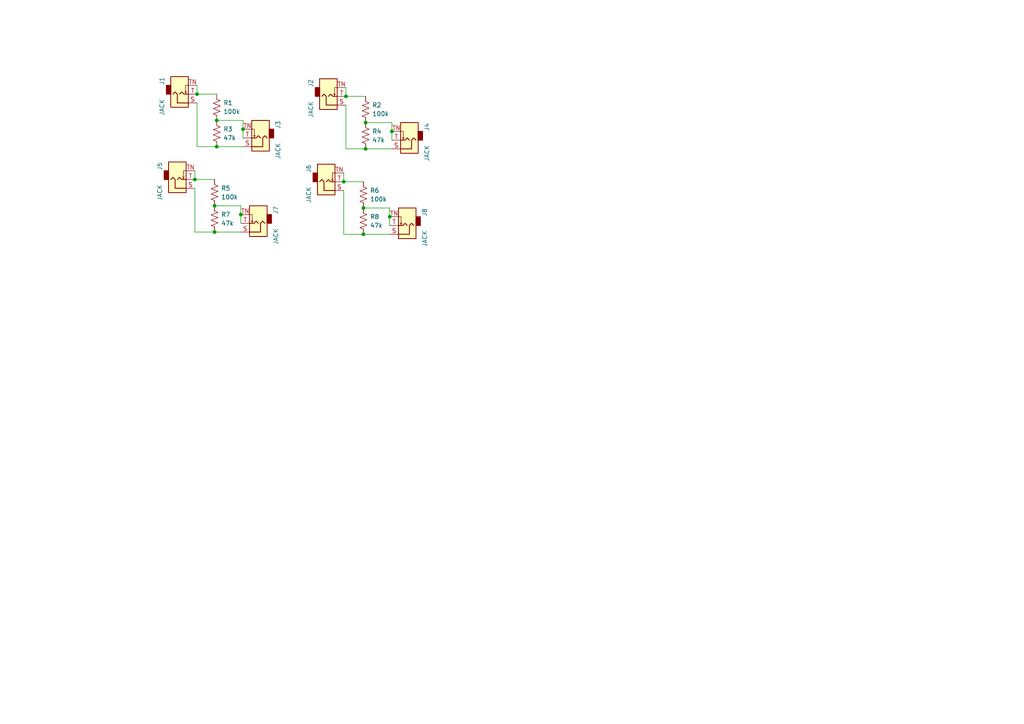
<source format=kicad_sch>
(kicad_sch (version 20211123) (generator eeschema)
  (paper "A4")
  (lib_symbols
    (symbol "Connector:AudioJack2_SwitchT"
      (property "Reference" "J" (at 0 8.89 0))
      (property "Value" "AudioJack2_SwitchT" (at 0 6.35 0))
      (symbol "AudioJack2_SwitchT_0_1"
        (rectangle (start -2.54 0) (end -3.81 -2.54) (stroke (width 0.254)) (fill (type outline)))
        (polyline (pts (xy 1.778 -0.254) (xy 2.032 -0.762)))
        (polyline (pts (xy 0 0) (xy 0.635 -0.635) (xy 1.27 0) (xy 2.54 0)) (stroke (width 0.254)))
        (polyline (pts (xy 2.54 -2.54) (xy 1.778 -2.54) (xy 1.778 -0.254) (xy 1.524 -0.762)))
        (polyline (pts (xy 2.54 2.54) (xy -0.635 2.54) (xy -0.635 0) (xy -1.27 -0.635) (xy -1.905 0)) (stroke (width 0.254)))
        (rectangle (start 2.54 3.81) (end -2.54 -5.08) (stroke (width 0.254)) (fill (type background)))
      )
      (symbol "AudioJack2_SwitchT_1_1"
        (pin passive line (at 5.08 2.54 180) (length 2.54) (name "~") (number "S"))
        (pin passive line (at 5.08 0 180) (length 2.54) (name "~") (number "T"))
        (pin passive line (at 5.08 -2.54 180) (length 2.54) (name "~") (number "TN"))
      )
    )
    (symbol "Device:R_US" (pin_numbers hide) (pin_names (offset 0))
      (property "Reference" "R" (at 2.54 0 90))
      (property "Value" "R_US" (at -2.54 0 90))
      (symbol "R_US_0_1"
        (polyline (pts (xy 0 -2.286) (xy 0 -2.54)))
        (polyline (pts (xy 0 2.286) (xy 0 2.54)))
        (polyline (pts (xy 0 -0.762) (xy 1.016 -1.143) (xy 0 -1.524) (xy -1.016 -1.905) (xy 0 -2.286)))
        (polyline (pts (xy 0 0.762) (xy 1.016 0.381) (xy 0 0) (xy -1.016 -0.381) (xy 0 -0.762)))
        (polyline (pts (xy 0 2.286) (xy 1.016 1.905) (xy 0 1.524) (xy -1.016 1.143) (xy 0 0.762)))
      )
      (symbol "R_US_1_1"
        (pin passive line (at 0 3.81 270) (length 1.27) (name "~") (number "1"))
        (pin passive line (at 0 -3.81 90) (length 1.27) (name "~") (number "2"))
      )
    )
  )
  (junction (at 106.045 43.18))
  (junction (at 100.33 27.94))
  (junction (at 99.695 52.705))
  (junction (at 62.23 67.31))
  (junction (at 69.85 62.23))
  (junction (at 70.485 37.465))
  (junction (at 105.41 67.945))
  (junction (at 113.03 62.865))
  (junction (at 62.865 34.925))
  (junction (at 62.23 59.69))
  (junction (at 57.15 27.305))
  (junction (at 105.41 60.325))
  (junction (at 106.045 35.56))
  (junction (at 56.515 52.07))
  (junction (at 113.665 38.1))
  (junction (at 62.865 42.545))
  (wire (pts (xy 113.03 62.865) (xy 113.03 60.325)))
  (wire (pts (xy 56.515 49.53) (xy 56.515 52.07)))
  (wire (pts (xy 113.665 35.56) (xy 106.045 35.56)))
  (wire (pts (xy 62.23 67.31) (xy 69.85 67.31)))
  (wire (pts (xy 100.33 30.48) (xy 100.33 43.18)))
  (wire (pts (xy 57.15 42.545) (xy 62.865 42.545)))
  (wire (pts (xy 99.695 52.705) (xy 105.41 52.705)))
  (wire (pts (xy 100.33 43.18) (xy 106.045 43.18)))
  (wire (pts (xy 56.515 54.61) (xy 56.515 67.31)))
  (wire (pts (xy 105.41 67.945) (xy 113.03 67.945)))
  (wire (pts (xy 113.665 38.1) (xy 113.665 35.56)))
  (wire (pts (xy 57.15 24.765) (xy 57.15 27.305)))
  (wire (pts (xy 100.33 27.94) (xy 106.045 27.94)))
  (wire (pts (xy 99.695 67.945) (xy 105.41 67.945)))
  (wire (pts (xy 113.03 62.865) (xy 113.03 65.405)))
  (wire (pts (xy 56.515 67.31) (xy 62.23 67.31)))
  (wire (pts (xy 99.695 55.245) (xy 99.695 67.945)))
  (wire (pts (xy 70.485 37.465) (xy 70.485 34.925)))
  (wire (pts (xy 70.485 34.925) (xy 62.865 34.925)))
  (wire (pts (xy 106.045 43.18) (xy 113.665 43.18)))
  (wire (pts (xy 62.865 42.545) (xy 70.485 42.545)))
  (wire (pts (xy 113.665 38.1) (xy 113.665 40.64)))
  (wire (pts (xy 70.485 37.465) (xy 70.485 40.005)))
  (wire (pts (xy 69.85 62.23) (xy 69.85 64.77)))
  (wire (pts (xy 99.695 50.165) (xy 99.695 52.705)))
  (wire (pts (xy 69.85 59.69) (xy 62.23 59.69)))
  (wire (pts (xy 57.15 27.305) (xy 62.865 27.305)))
  (wire (pts (xy 113.03 60.325) (xy 105.41 60.325)))
  (wire (pts (xy 69.85 62.23) (xy 69.85 59.69)))
  (wire (pts (xy 57.15 29.845) (xy 57.15 42.545)))
  (wire (pts (xy 56.515 52.07) (xy 62.23 52.07)))
  (wire (pts (xy 100.33 25.4) (xy 100.33 27.94)))
  (symbol (lib_id "Device:R_US") (at 62.23 63.5 0) (unit 1)
    (property "Reference" "R7" (at 64.135 62.2299 0) (effects (justify left)))
    (property "Value" "47k" (at 64.135 64.7699 0) (effects (justify left)))
    (property "Footprint" "Resistor_SMD:R_0603_1608Metric" (effects hide))
  )
  (symbol (lib_id "Device:R_US") (at 106.045 39.37 0) (unit 1)
    (property "Reference" "R4" (at 107.95 38.0999 0) (effects (justify left)))
    (property "Value" "47k" (at 107.95 40.6399 0) (effects (justify left)))
    (property "Footprint" "Resistor_SMD:R_0603_1608Metric" (effects hide))
  )
  (symbol (lib_id "Connector:AudioJack2_SwitchT") (at 51.435 52.07 0) (mirror x) (unit 1)
    (property "Reference" "J5" (at 46.355 48.26 90))
    (property "Value" "JACK" (at 46.355 55.88 90))
    (property "Footprint" "Connector_Audio:Jack_3.5mm_QingPu_WQP-PJ398SM_Vertical_CircularHoles" (effects hide))
  )
  (symbol (lib_id "Connector:AudioJack2_SwitchT") (at 95.25 27.94 0) (mirror x) (unit 1)
    (property "Reference" "J2" (at 90.17 24.13 90))
    (property "Value" "JACK" (at 90.17 31.75 90))
    (property "Footprint" "Connector_Audio:Jack_3.5mm_QingPu_WQP-PJ398SM_Vertical_CircularHoles" (effects hide))
  )
  (symbol (lib_id "Connector:AudioJack2_SwitchT") (at 118.745 40.64 180) (unit 1)
    (property "Reference" "J4" (at 123.825 36.83 90))
    (property "Value" "JACK" (at 123.825 44.45 90))
    (property "Footprint" "Connector_Audio:Jack_3.5mm_QingPu_WQP-PJ398SM_Vertical_CircularHoles" (effects hide))
  )
  (symbol (lib_id "Connector:AudioJack2_SwitchT") (at 75.565 40.005 180) (unit 1)
    (property "Reference" "J3" (at 80.645 36.195 90))
    (property "Value" "JACK" (at 80.645 43.815 90))
    (property "Footprint" "Connector_Audio:Jack_3.5mm_QingPu_WQP-PJ398SM_Vertical_CircularHoles" (effects hide))
  )
  (symbol (lib_id "Connector:AudioJack2_SwitchT") (at 94.615 52.705 0) (mirror x) (unit 1)
    (property "Reference" "J6" (at 89.535 48.895 90))
    (property "Value" "JACK" (at 89.535 56.515 90))
    (property "Footprint" "Connector_Audio:Jack_3.5mm_QingPu_WQP-PJ398SM_Vertical_CircularHoles" (effects hide))
  )
  (symbol (lib_id "Device:R_US") (at 62.23 55.88 0) (unit 1)
    (property "Reference" "R5" (at 64.135 54.6099 0) (effects (justify left)))
    (property "Value" "100k" (at 64.135 57.1499 0) (effects (justify left)))
    (property "Footprint" "Resistor_SMD:R_0603_1608Metric" (effects hide))
  )
  (symbol (lib_id "Connector:AudioJack2_SwitchT") (at 52.07 27.305 0) (mirror x) (unit 1)
    (property "Reference" "J1" (at 46.99 23.495 90))
    (property "Value" "JACK" (at 46.99 31.115 90))
    (property "Footprint" "Connector_Audio:Jack_3.5mm_QingPu_WQP-PJ398SM_Vertical_CircularHoles" (effects hide))
  )
  (symbol (lib_id "Device:R_US") (at 105.41 64.135 0) (unit 1)
    (property "Reference" "R8" (at 107.315 62.8649 0) (effects (justify left)))
    (property "Value" "47k" (at 107.315 65.4049 0) (effects (justify left)))
    (property "Footprint" "Resistor_SMD:R_0603_1608Metric" (effects hide))
  )
  (symbol (lib_id "Device:R_US") (at 106.045 31.75 0) (unit 1)
    (property "Reference" "R2" (at 107.95 30.4799 0) (effects (justify left)))
    (property "Value" "100k" (at 107.95 33.0199 0) (effects (justify left)))
    (property "Footprint" "Resistor_SMD:R_0603_1608Metric" (effects hide))
  )
  (symbol (lib_id "Device:R_US") (at 62.865 38.735 0) (unit 1)
    (property "Reference" "R3" (at 64.77 37.4649 0) (effects (justify left)))
    (property "Value" "47k" (at 64.77 40.0049 0) (effects (justify left)))
    (property "Footprint" "Resistor_SMD:R_0603_1608Metric" (effects hide))
  )
  (symbol (lib_id "Connector:AudioJack2_SwitchT") (at 74.93 64.77 180) (unit 1)
    (property "Reference" "J7" (at 80.01 60.96 90))
    (property "Value" "JACK" (at 80.01 68.58 90))
    (property "Footprint" "Connector_Audio:Jack_3.5mm_QingPu_WQP-PJ398SM_Vertical_CircularHoles" (effects hide))
  )
  (symbol (lib_id "Connector:AudioJack2_SwitchT") (at 118.11 65.405 180) (unit 1)
    (property "Reference" "J8" (at 123.19 61.595 90))
    (property "Value" "JACK" (at 123.19 69.215 90))
    (property "Footprint" "Connector_Audio:Jack_3.5mm_QingPu_WQP-PJ398SM_Vertical_CircularHoles" (effects hide))
  )
  (symbol (lib_id "Device:R_US") (at 105.41 56.515 0) (unit 1)
    (property "Reference" "R6" (at 107.315 55.2449 0) (effects (justify left)))
    (property "Value" "100k" (at 107.315 57.7849 0) (effects (justify left)))
    (property "Footprint" "Resistor_SMD:R_0603_1608Metric" (effects hide))
  )
  (symbol (lib_id "Device:R_US") (at 62.865 31.115 0) (unit 1)
    (property "Reference" "R1" (at 64.77 29.8449 0) (effects (justify left)))
    (property "Value" "100k" (at 64.77 32.3849 0) (effects (justify left)))
    (property "Footprint" "Resistor_SMD:R_0603_1608Metric" (effects hide))
  )
)
</source>
